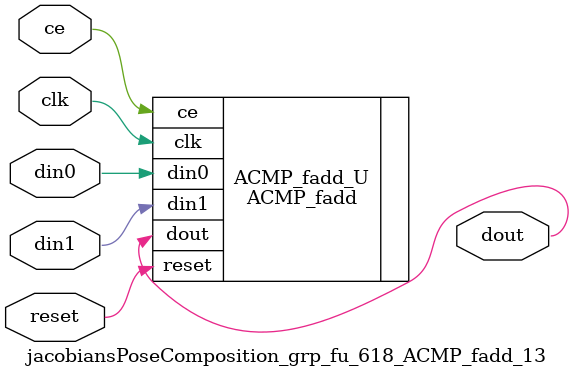
<source format=v>

`timescale 1 ns / 1 ps
module jacobiansPoseComposition_grp_fu_618_ACMP_fadd_13(
    clk,
    reset,
    ce,
    din0,
    din1,
    dout);

parameter ID = 32'd1;
parameter NUM_STAGE = 32'd1;
parameter din0_WIDTH = 32'd1;
parameter din1_WIDTH = 32'd1;
parameter dout_WIDTH = 32'd1;
input clk;
input reset;
input ce;
input[din0_WIDTH - 1:0] din0;
input[din1_WIDTH - 1:0] din1;
output[dout_WIDTH - 1:0] dout;



ACMP_fadd #(
.ID( ID ),
.NUM_STAGE( 4 ),
.din0_WIDTH( din0_WIDTH ),
.din1_WIDTH( din1_WIDTH ),
.dout_WIDTH( dout_WIDTH ))
ACMP_fadd_U(
    .clk( clk ),
    .reset( reset ),
    .ce( ce ),
    .din0( din0 ),
    .din1( din1 ),
    .dout( dout ));

endmodule

</source>
